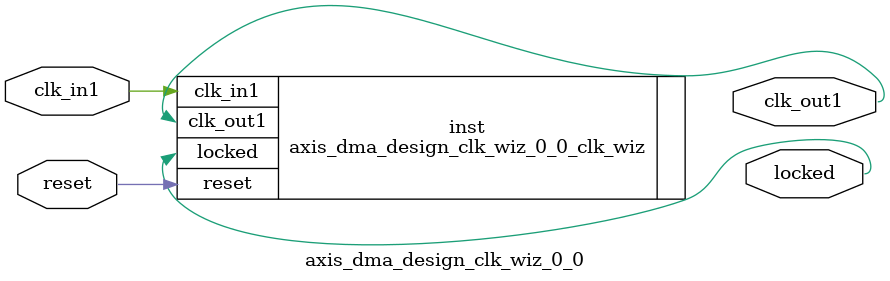
<source format=v>


`timescale 1ps/1ps

(* CORE_GENERATION_INFO = "axis_dma_design_clk_wiz_0_0,clk_wiz_v6_0_5_0_0,{component_name=axis_dma_design_clk_wiz_0_0,use_phase_alignment=true,use_min_o_jitter=false,use_max_i_jitter=false,use_dyn_phase_shift=false,use_inclk_switchover=false,use_dyn_reconfig=false,enable_axi=0,feedback_source=FDBK_AUTO,PRIMITIVE=MMCM,num_out_clk=1,clkin1_period=83.333,clkin2_period=10.0,use_power_down=false,use_reset=true,use_locked=true,use_inclk_stopped=false,feedback_type=SINGLE,CLOCK_MGR_TYPE=NA,manual_override=false}" *)

module axis_dma_design_clk_wiz_0_0 
 (
  // Clock out ports
  output        clk_out1,
  // Status and control signals
  input         reset,
  output        locked,
 // Clock in ports
  input         clk_in1
 );

  axis_dma_design_clk_wiz_0_0_clk_wiz inst
  (
  // Clock out ports  
  .clk_out1(clk_out1),
  // Status and control signals               
  .reset(reset), 
  .locked(locked),
 // Clock in ports
  .clk_in1(clk_in1)
  );

endmodule

</source>
